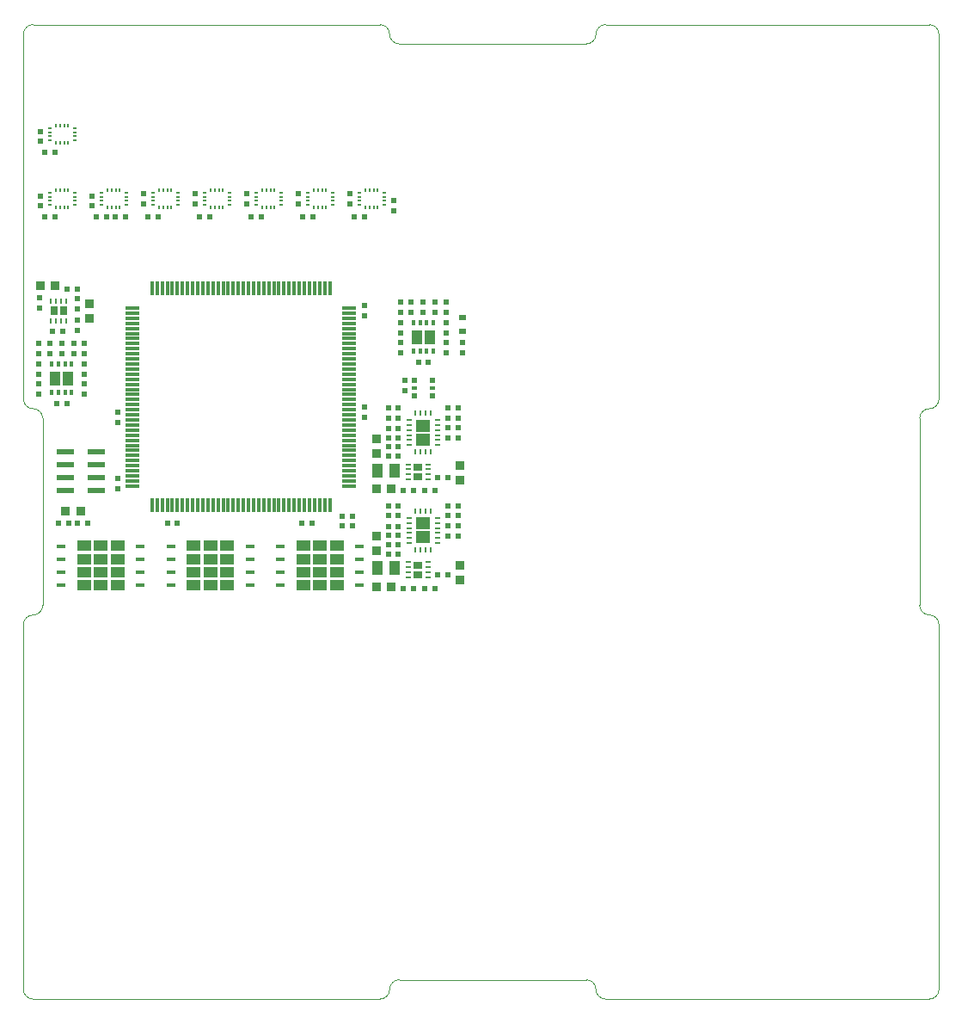
<source format=gbr>
G04 #@! TF.GenerationSoftware,KiCad,Pcbnew,(5.1.6)-1*
G04 #@! TF.CreationDate,2020-08-06T12:50:43+02:00*
G04 #@! TF.ProjectId,board_sierra,626f6172-645f-4736-9965-7272612e6b69,rev?*
G04 #@! TF.SameCoordinates,Original*
G04 #@! TF.FileFunction,Paste,Top*
G04 #@! TF.FilePolarity,Positive*
%FSLAX46Y46*%
G04 Gerber Fmt 4.6, Leading zero omitted, Abs format (unit mm)*
G04 Created by KiCad (PCBNEW (5.1.6)-1) date 2020-08-06 12:50:43*
%MOMM*%
%LPD*%
G01*
G04 APERTURE LIST*
G04 #@! TA.AperFunction,Profile*
%ADD10C,0.100000*%
G04 #@! TD*
%ADD11R,1.450000X1.075000*%
%ADD12R,0.950000X0.450000*%
%ADD13R,0.300000X0.600000*%
%ADD14R,1.070000X1.470000*%
%ADD15R,0.950000X0.950000*%
%ADD16R,0.500000X0.600000*%
%ADD17R,1.100000X1.400000*%
%ADD18R,0.300000X1.475000*%
%ADD19R,1.475000X0.300000*%
%ADD20R,1.470000X1.150000*%
%ADD21R,0.200000X0.600000*%
%ADD22R,0.600000X0.200000*%
%ADD23R,1.700000X0.600000*%
%ADD24R,0.600000X0.500000*%
%ADD25R,0.463000X0.225000*%
%ADD26R,0.225000X0.463000*%
%ADD27R,0.500000X0.250000*%
%ADD28R,0.900000X0.700000*%
%ADD29R,0.700000X0.600000*%
%ADD30R,0.250000X0.500000*%
%ADD31R,0.700000X0.900000*%
%ADD32R,0.600000X0.600000*%
%ADD33R,0.600000X0.400000*%
G04 APERTURE END LIST*
D10*
X137985500Y-43180000D02*
G75*
G03*
X138938000Y-42227500I0J952500D01*
G01*
X119570500Y-43180000D02*
X137985500Y-43180000D01*
X139890500Y-41275000D02*
X171767500Y-41275000D01*
X118618000Y-42227500D02*
G75*
G03*
X117665500Y-41275000I-952500J0D01*
G01*
X118618000Y-42227500D02*
G75*
G03*
X119570500Y-43180000I952500J0D01*
G01*
X83502500Y-41275000D02*
X117665500Y-41275000D01*
X139890500Y-41275000D02*
G75*
G03*
X138938000Y-42227500I0J-952500D01*
G01*
X139890500Y-137160000D02*
X171767500Y-137160000D01*
X119570500Y-135255000D02*
X137985500Y-135255000D01*
X83502500Y-137160000D02*
X117665500Y-137160000D01*
X139890500Y-137160000D02*
G75*
G02*
X138938000Y-136207500I0J952500D01*
G01*
X137985500Y-135255000D02*
G75*
G02*
X138938000Y-136207500I0J-952500D01*
G01*
X118618000Y-136207500D02*
G75*
G02*
X119570500Y-135255000I952500J0D01*
G01*
X118618000Y-136207500D02*
G75*
G02*
X117665500Y-137160000I-952500J0D01*
G01*
X171767500Y-79070200D02*
G75*
G03*
X170815000Y-80022700I0J-952500D01*
G01*
X172720000Y-42227500D02*
X172720000Y-78117700D01*
X170815000Y-80022700D02*
X170815000Y-98412300D01*
X172720000Y-100317300D02*
X172720000Y-136207500D01*
X170815000Y-98412300D02*
G75*
G03*
X171767500Y-99364800I952500J0D01*
G01*
X172720000Y-100317300D02*
G75*
G03*
X171767500Y-99364800I-952500J0D01*
G01*
X171767500Y-79070200D02*
G75*
G03*
X172720000Y-78117700I0J952500D01*
G01*
X172720000Y-136207500D02*
G75*
G02*
X171767500Y-137160000I-952500J0D01*
G01*
X171767500Y-41275000D02*
G75*
G02*
X172720000Y-42227500I0J-952500D01*
G01*
X82550000Y-100317300D02*
X82550000Y-136207500D01*
X82550000Y-42227500D02*
X82550000Y-78117700D01*
X82550000Y-42227500D02*
G75*
G02*
X83502500Y-41275000I952500J0D01*
G01*
X84455000Y-80022700D02*
X84455000Y-98412300D01*
X83502500Y-79070200D02*
G75*
G02*
X82550000Y-78117700I0J952500D01*
G01*
X83502500Y-79070200D02*
G75*
G02*
X84455000Y-80022700I0J-952500D01*
G01*
X84455000Y-98412300D02*
G75*
G02*
X83502500Y-99364800I-952500J0D01*
G01*
X82550000Y-100317300D02*
G75*
G02*
X83502500Y-99364800I952500J0D01*
G01*
X83502500Y-137160000D02*
G75*
G02*
X82550000Y-136207500I0J952500D01*
G01*
D11*
X91820000Y-96400500D03*
X90170000Y-96400500D03*
X88520000Y-96400500D03*
X91820000Y-95125500D03*
X90170000Y-95125500D03*
X88520000Y-95125500D03*
X91820000Y-93850500D03*
X90170000Y-93850500D03*
X88520000Y-93850500D03*
X91820000Y-92575500D03*
X90170000Y-92575500D03*
D12*
X86270000Y-92583000D03*
X86270000Y-93853000D03*
X86270000Y-95123000D03*
X86270000Y-96393000D03*
X94070000Y-96393000D03*
X94070000Y-95123000D03*
X94070000Y-93853000D03*
X94070000Y-92583000D03*
D11*
X88520000Y-92575500D03*
X113410000Y-96400500D03*
X111760000Y-96400500D03*
X110110000Y-96400500D03*
X113410000Y-95125500D03*
X111760000Y-95125500D03*
X110110000Y-95125500D03*
X113410000Y-93850500D03*
X111760000Y-93850500D03*
X110110000Y-93850500D03*
X113410000Y-92575500D03*
X111760000Y-92575500D03*
D12*
X107860000Y-92583000D03*
X107860000Y-93853000D03*
X107860000Y-95123000D03*
X107860000Y-96393000D03*
X115660000Y-96393000D03*
X115660000Y-95123000D03*
X115660000Y-93853000D03*
X115660000Y-92583000D03*
D11*
X110110000Y-92575500D03*
X102615000Y-96400500D03*
X100965000Y-96400500D03*
X99315000Y-96400500D03*
X102615000Y-95125500D03*
X100965000Y-95125500D03*
X99315000Y-95125500D03*
X102615000Y-93850500D03*
X100965000Y-93850500D03*
X99315000Y-93850500D03*
X102615000Y-92575500D03*
X100965000Y-92575500D03*
D12*
X97065000Y-92583000D03*
X97065000Y-93853000D03*
X97065000Y-95123000D03*
X97065000Y-96393000D03*
X104865000Y-96393000D03*
X104865000Y-95123000D03*
X104865000Y-93853000D03*
X104865000Y-92583000D03*
D11*
X99315000Y-92575500D03*
D13*
X120965000Y-73420000D03*
X121615000Y-73420000D03*
X122265000Y-73420000D03*
X122915000Y-73420000D03*
X122915000Y-70620000D03*
X122265000Y-70620000D03*
X121615000Y-70620000D03*
X120965000Y-70620000D03*
D14*
X121305000Y-72020000D03*
X122575000Y-72020000D03*
D13*
X85345000Y-77480000D03*
X85995000Y-77480000D03*
X86645000Y-77480000D03*
X87295000Y-77480000D03*
X87295000Y-74680000D03*
X86645000Y-74680000D03*
X85995000Y-74680000D03*
X85345000Y-74680000D03*
D14*
X85685000Y-76080000D03*
X86955000Y-76080000D03*
D15*
X86715000Y-89150000D03*
X88165000Y-89150000D03*
X117290000Y-93085000D03*
X117290000Y-91635000D03*
X117290000Y-83455000D03*
X117290000Y-82005000D03*
X117340000Y-96570000D03*
X118790000Y-96570000D03*
X117345000Y-86930000D03*
X118795000Y-86930000D03*
X84250000Y-66990000D03*
X85700000Y-66990000D03*
X89070000Y-68725000D03*
X89070000Y-70175000D03*
D16*
X118470000Y-83730000D03*
X119470000Y-83730000D03*
D17*
X119125000Y-94760000D03*
X117375000Y-94760000D03*
X119125000Y-85130000D03*
X117375000Y-85130000D03*
D18*
X95216000Y-88584500D03*
X95716000Y-88584500D03*
X96216000Y-88584500D03*
X96716000Y-88584500D03*
X97216000Y-88584500D03*
X97716000Y-88584500D03*
X98216000Y-88584500D03*
X98716000Y-88584500D03*
X99216000Y-88584500D03*
X99716000Y-88584500D03*
X100216000Y-88584500D03*
X100716000Y-88584500D03*
X101216000Y-88584500D03*
X101716000Y-88584500D03*
X102216000Y-88584500D03*
X102716000Y-88584500D03*
X103216000Y-88584500D03*
X103716000Y-88584500D03*
X104216000Y-88584500D03*
X104716000Y-88584500D03*
X105216000Y-88584500D03*
X105716000Y-88584500D03*
X106216000Y-88584500D03*
X106716000Y-88584500D03*
X107216000Y-88584500D03*
X107716000Y-88584500D03*
X108216000Y-88584500D03*
X108716000Y-88584500D03*
X109216000Y-88584500D03*
X109716000Y-88584500D03*
X110216000Y-88584500D03*
X110716000Y-88584500D03*
X111216000Y-88584500D03*
X111716000Y-88584500D03*
X112216000Y-88584500D03*
X112716000Y-88584500D03*
D19*
X114628500Y-86672000D03*
X114628500Y-86172000D03*
X114628500Y-85672000D03*
X114628500Y-85172000D03*
X114628500Y-84672000D03*
X114628500Y-84172000D03*
X114628500Y-83672000D03*
X114628500Y-83172000D03*
X114628500Y-82672000D03*
X114628500Y-82172000D03*
X114628500Y-81672000D03*
X114628500Y-81172000D03*
X114628500Y-80672000D03*
X114628500Y-80172000D03*
X114628500Y-79672000D03*
X114628500Y-79172000D03*
X114628500Y-78672000D03*
X114628500Y-78172000D03*
X114628500Y-77672000D03*
X114628500Y-77172000D03*
X114628500Y-76672000D03*
X114628500Y-76172000D03*
X114628500Y-75672000D03*
X114628500Y-75172000D03*
X114628500Y-74672000D03*
X114628500Y-74172000D03*
X114628500Y-73672000D03*
X114628500Y-73172000D03*
X114628500Y-72672000D03*
X114628500Y-72172000D03*
X114628500Y-71672000D03*
X114628500Y-71172000D03*
X114628500Y-70672000D03*
X114628500Y-70172000D03*
X114628500Y-69672000D03*
X114628500Y-69172000D03*
D18*
X112716000Y-67259500D03*
X112216000Y-67259500D03*
X111716000Y-67259500D03*
X111216000Y-67259500D03*
X110716000Y-67259500D03*
X110216000Y-67259500D03*
X109716000Y-67259500D03*
X109216000Y-67259500D03*
X108716000Y-67259500D03*
X108216000Y-67259500D03*
X107716000Y-67259500D03*
X107216000Y-67259500D03*
X106716000Y-67259500D03*
X106216000Y-67259500D03*
X105716000Y-67259500D03*
X105216000Y-67259500D03*
X104716000Y-67259500D03*
X104216000Y-67259500D03*
X103716000Y-67259500D03*
X103216000Y-67259500D03*
X102716000Y-67259500D03*
X102216000Y-67259500D03*
X101716000Y-67259500D03*
X101216000Y-67259500D03*
X100716000Y-67259500D03*
X100216000Y-67259500D03*
X99716000Y-67259500D03*
X99216000Y-67259500D03*
X98716000Y-67259500D03*
X98216000Y-67259500D03*
X97716000Y-67259500D03*
X97216000Y-67259500D03*
X96716000Y-67259500D03*
X96216000Y-67259500D03*
X95716000Y-67259500D03*
X95216000Y-67259500D03*
D19*
X93303500Y-69172000D03*
X93303500Y-69672000D03*
X93303500Y-70172000D03*
X93303500Y-70672000D03*
X93303500Y-71172000D03*
X93303500Y-71672000D03*
X93303500Y-72172000D03*
X93303500Y-72672000D03*
X93303500Y-73172000D03*
X93303500Y-73672000D03*
X93303500Y-74172000D03*
X93303500Y-74672000D03*
X93303500Y-75172000D03*
X93303500Y-75672000D03*
X93303500Y-76172000D03*
X93303500Y-76672000D03*
X93303500Y-77172000D03*
X93303500Y-77672000D03*
X93303500Y-78172000D03*
X93303500Y-78672000D03*
X93303500Y-79172000D03*
X93303500Y-79672000D03*
X93303500Y-80172000D03*
X93303500Y-80672000D03*
X93303500Y-81172000D03*
X93303500Y-81672000D03*
X93303500Y-82172000D03*
X93303500Y-82672000D03*
X93303500Y-83172000D03*
X93303500Y-83672000D03*
X93303500Y-84172000D03*
X93303500Y-84672000D03*
X93303500Y-85172000D03*
X93303500Y-85672000D03*
X93303500Y-86172000D03*
X93303500Y-86672000D03*
D20*
X121920000Y-91725000D03*
X121920000Y-90375000D03*
D21*
X121170000Y-89150000D03*
X121670000Y-89150000D03*
X122170000Y-89150000D03*
X122670000Y-89150000D03*
D22*
X123320000Y-89800000D03*
X123320000Y-90300000D03*
X123320000Y-90800000D03*
X123320000Y-91300000D03*
X123320000Y-91800000D03*
X123320000Y-92300000D03*
D21*
X122670000Y-92950000D03*
X122170000Y-92950000D03*
X121670000Y-92950000D03*
X121170000Y-92950000D03*
D22*
X120520000Y-92300000D03*
X120520000Y-91800000D03*
X120520000Y-91300000D03*
X120520000Y-90800000D03*
X120520000Y-90300000D03*
X120520000Y-89800000D03*
D15*
X125500000Y-95900000D03*
X125500000Y-94450000D03*
X125500000Y-86135000D03*
X125500000Y-84685000D03*
D23*
X89715000Y-87075000D03*
X86665000Y-87075000D03*
X89715000Y-85805000D03*
X86665000Y-85805000D03*
X89715000Y-84535000D03*
X86665000Y-84535000D03*
X89715000Y-83265000D03*
X86665000Y-83265000D03*
D16*
X113920000Y-90630000D03*
X114920000Y-90630000D03*
D24*
X86320000Y-72630000D03*
X86320000Y-73630000D03*
X91810000Y-79420000D03*
X91810000Y-80420000D03*
X91810000Y-85920000D03*
X91810000Y-86920000D03*
D16*
X109960000Y-90340000D03*
X110960000Y-90340000D03*
X118470000Y-92460000D03*
X119470000Y-92460000D03*
D24*
X84210000Y-52770000D03*
X84210000Y-51770000D03*
D16*
X84640000Y-53820000D03*
X85640000Y-53820000D03*
D25*
X87578500Y-51470000D03*
X87578500Y-51870000D03*
X87578500Y-52270000D03*
X87578500Y-52670000D03*
D26*
X86960000Y-52888500D03*
X86560000Y-52888500D03*
X86160000Y-52888500D03*
X85760000Y-52888500D03*
D25*
X85141500Y-52670000D03*
X85141500Y-52270000D03*
X85141500Y-51870000D03*
X85141500Y-51470000D03*
D26*
X85760000Y-51251500D03*
X86160000Y-51251500D03*
X86560000Y-51251500D03*
X86960000Y-51251500D03*
D25*
X107898500Y-57820000D03*
X107898500Y-58220000D03*
X107898500Y-58620000D03*
X107898500Y-59020000D03*
D26*
X107280000Y-59238500D03*
X106880000Y-59238500D03*
X106480000Y-59238500D03*
X106080000Y-59238500D03*
D25*
X105461500Y-59020000D03*
X105461500Y-58620000D03*
X105461500Y-58220000D03*
X105461500Y-57820000D03*
D26*
X106080000Y-57601500D03*
X106480000Y-57601500D03*
X106880000Y-57601500D03*
X107280000Y-57601500D03*
D24*
X114690000Y-58920000D03*
X114690000Y-57920000D03*
D16*
X92620000Y-60170000D03*
X91620000Y-60170000D03*
X89720000Y-60170000D03*
X90720000Y-60170000D03*
X110040000Y-60170000D03*
X111040000Y-60170000D03*
D25*
X97738500Y-57820000D03*
X97738500Y-58220000D03*
X97738500Y-58620000D03*
X97738500Y-59020000D03*
D26*
X97120000Y-59238500D03*
X96720000Y-59238500D03*
X96320000Y-59238500D03*
X95920000Y-59238500D03*
D25*
X95301500Y-59020000D03*
X95301500Y-58620000D03*
X95301500Y-58220000D03*
X95301500Y-57820000D03*
D26*
X95920000Y-57601500D03*
X96320000Y-57601500D03*
X96720000Y-57601500D03*
X97120000Y-57601500D03*
D24*
X94370000Y-58920000D03*
X94370000Y-57920000D03*
D16*
X94810000Y-60170000D03*
X95810000Y-60170000D03*
D24*
X99450000Y-58920000D03*
X99450000Y-57920000D03*
D16*
X99880000Y-60170000D03*
X100880000Y-60170000D03*
D24*
X119690000Y-73570000D03*
X119690000Y-72570000D03*
X124190000Y-73570000D03*
X124190000Y-72570000D03*
X84070000Y-77630000D03*
X84070000Y-76630000D03*
X88570000Y-77630000D03*
X88570000Y-76630000D03*
D20*
X121920000Y-82085000D03*
X121920000Y-80735000D03*
D21*
X121170000Y-79510000D03*
X121670000Y-79510000D03*
X122170000Y-79510000D03*
X122670000Y-79510000D03*
D22*
X123320000Y-80160000D03*
X123320000Y-80660000D03*
X123320000Y-81160000D03*
X123320000Y-81660000D03*
X123320000Y-82160000D03*
X123320000Y-82660000D03*
D21*
X122670000Y-83310000D03*
X122170000Y-83310000D03*
X121670000Y-83310000D03*
X121170000Y-83310000D03*
D22*
X120520000Y-82660000D03*
X120520000Y-82160000D03*
X120520000Y-81660000D03*
X120520000Y-81160000D03*
X120520000Y-80660000D03*
X120520000Y-80160000D03*
D27*
X122370000Y-84540000D03*
X122370000Y-85040000D03*
X122370000Y-85540000D03*
X122370000Y-86040000D03*
X120470000Y-86040000D03*
X120470000Y-85540000D03*
X120470000Y-85040000D03*
X120470000Y-84540000D03*
D28*
X121420000Y-85740000D03*
X121420000Y-84840000D03*
D16*
X87890000Y-90330000D03*
X88890000Y-90330000D03*
X86990000Y-90330000D03*
X85990000Y-90330000D03*
D24*
X125820000Y-72570000D03*
X125820000Y-73570000D03*
D16*
X118470000Y-82830000D03*
X119470000Y-82830000D03*
X119470000Y-89600000D03*
X118470000Y-89600000D03*
X124370000Y-88650000D03*
X125370000Y-88650000D03*
D24*
X84130000Y-68170000D03*
X84130000Y-69170000D03*
X87850000Y-68260000D03*
X87850000Y-69260000D03*
D29*
X125810000Y-70060000D03*
X125810000Y-71460000D03*
D16*
X118470000Y-93360000D03*
X119470000Y-93360000D03*
X119970000Y-96750000D03*
X120970000Y-96750000D03*
X119970000Y-87110000D03*
X120970000Y-87110000D03*
X86880000Y-67310000D03*
X87880000Y-67310000D03*
D24*
X87850000Y-70350000D03*
X87850000Y-71350000D03*
D16*
X123320000Y-95450000D03*
X124320000Y-95450000D03*
X123320000Y-85820000D03*
X124320000Y-85820000D03*
X122050000Y-96750000D03*
X123050000Y-96750000D03*
X122050000Y-87110000D03*
X123050000Y-87110000D03*
X119470000Y-88650000D03*
X118470000Y-88650000D03*
X119470000Y-79020000D03*
X118470000Y-79020000D03*
D24*
X123120000Y-68570000D03*
X123120000Y-69570000D03*
X87500000Y-72630000D03*
X87500000Y-73630000D03*
X120750000Y-68570000D03*
X120750000Y-69570000D03*
X85130000Y-72630000D03*
X85130000Y-73630000D03*
X119690000Y-71620000D03*
X119690000Y-70620000D03*
X84070000Y-75680000D03*
X84070000Y-74680000D03*
D16*
X86390000Y-71460000D03*
X85390000Y-71460000D03*
D24*
X104530000Y-58920000D03*
X104530000Y-57920000D03*
X120120000Y-77270000D03*
X120120000Y-76270000D03*
X109610000Y-58920000D03*
X109610000Y-57920000D03*
X89290000Y-58120000D03*
X89290000Y-59120000D03*
D16*
X118470000Y-90660000D03*
X119470000Y-90660000D03*
X118470000Y-91560000D03*
X119470000Y-91560000D03*
X118470000Y-81030000D03*
X119470000Y-81030000D03*
X118470000Y-81930000D03*
X119470000Y-81930000D03*
X119470000Y-79970000D03*
X118470000Y-79970000D03*
X124370000Y-79020000D03*
X125370000Y-79020000D03*
X125370000Y-89600000D03*
X124370000Y-89600000D03*
X124370000Y-90550000D03*
X125370000Y-90550000D03*
X125370000Y-91610000D03*
X124370000Y-91610000D03*
X125370000Y-79970000D03*
X124370000Y-79970000D03*
X124370000Y-80920000D03*
X125370000Y-80920000D03*
X125370000Y-81980000D03*
X124370000Y-81980000D03*
D24*
X84210000Y-59120000D03*
X84210000Y-58120000D03*
X118990000Y-59620000D03*
X118990000Y-58620000D03*
D30*
X85270000Y-68500000D03*
X85770000Y-68500000D03*
X86270000Y-68500000D03*
X86770000Y-68500000D03*
X86770000Y-70400000D03*
X86270000Y-70400000D03*
X85770000Y-70400000D03*
X85270000Y-70400000D03*
D31*
X86470000Y-69450000D03*
X85570000Y-69450000D03*
D27*
X122370000Y-94180000D03*
X122370000Y-94680000D03*
X122370000Y-95180000D03*
X122370000Y-95680000D03*
X120470000Y-95680000D03*
X120470000Y-95180000D03*
X120470000Y-94680000D03*
X120470000Y-94180000D03*
D28*
X121420000Y-95380000D03*
X121420000Y-94480000D03*
D32*
X121020000Y-77770000D03*
D33*
X121020000Y-77020000D03*
D32*
X121020000Y-76270000D03*
X122820000Y-76270000D03*
D33*
X122820000Y-77020000D03*
D32*
X122820000Y-77770000D03*
D16*
X113920000Y-89680000D03*
X114920000Y-89680000D03*
D24*
X124190000Y-68570000D03*
X124190000Y-69570000D03*
X88570000Y-72620000D03*
X88570000Y-73620000D03*
X119690000Y-68570000D03*
X119690000Y-69570000D03*
X84070000Y-72630000D03*
X84070000Y-73630000D03*
X121940000Y-69570000D03*
X121940000Y-68570000D03*
D16*
X121440000Y-74480000D03*
X122440000Y-74480000D03*
X85820000Y-78530000D03*
X86820000Y-78530000D03*
D24*
X124190000Y-71620000D03*
X124190000Y-70620000D03*
X88570000Y-75680000D03*
X88570000Y-74680000D03*
D16*
X104970000Y-60170000D03*
X105970000Y-60170000D03*
X84640000Y-60170000D03*
X85640000Y-60170000D03*
X115130000Y-60170000D03*
X116130000Y-60170000D03*
X96720000Y-90340000D03*
X97720000Y-90340000D03*
D24*
X116110000Y-79920000D03*
X116110000Y-78920000D03*
X116120000Y-69920000D03*
X116120000Y-68920000D03*
D25*
X112978500Y-57820000D03*
X112978500Y-58220000D03*
X112978500Y-58620000D03*
X112978500Y-59020000D03*
D26*
X112360000Y-59238500D03*
X111960000Y-59238500D03*
X111560000Y-59238500D03*
X111160000Y-59238500D03*
D25*
X110541500Y-59020000D03*
X110541500Y-58620000D03*
X110541500Y-58220000D03*
X110541500Y-57820000D03*
D26*
X111160000Y-57601500D03*
X111560000Y-57601500D03*
X111960000Y-57601500D03*
X112360000Y-57601500D03*
D25*
X92658500Y-57820000D03*
X92658500Y-58220000D03*
X92658500Y-58620000D03*
X92658500Y-59020000D03*
D26*
X92040000Y-59238500D03*
X91640000Y-59238500D03*
X91240000Y-59238500D03*
X90840000Y-59238500D03*
D25*
X90221500Y-59020000D03*
X90221500Y-58620000D03*
X90221500Y-58220000D03*
X90221500Y-57820000D03*
D26*
X90840000Y-57601500D03*
X91240000Y-57601500D03*
X91640000Y-57601500D03*
X92040000Y-57601500D03*
D25*
X102818500Y-57820000D03*
X102818500Y-58220000D03*
X102818500Y-58620000D03*
X102818500Y-59020000D03*
D26*
X102200000Y-59238500D03*
X101800000Y-59238500D03*
X101400000Y-59238500D03*
X101000000Y-59238500D03*
D25*
X100381500Y-59020000D03*
X100381500Y-58620000D03*
X100381500Y-58220000D03*
X100381500Y-57820000D03*
D26*
X101000000Y-57601500D03*
X101400000Y-57601500D03*
X101800000Y-57601500D03*
X102200000Y-57601500D03*
D25*
X87578500Y-57820000D03*
X87578500Y-58220000D03*
X87578500Y-58620000D03*
X87578500Y-59020000D03*
D26*
X86960000Y-59238500D03*
X86560000Y-59238500D03*
X86160000Y-59238500D03*
X85760000Y-59238500D03*
D25*
X85141500Y-59020000D03*
X85141500Y-58620000D03*
X85141500Y-58220000D03*
X85141500Y-57820000D03*
D26*
X85760000Y-57601500D03*
X86160000Y-57601500D03*
X86560000Y-57601500D03*
X86960000Y-57601500D03*
D25*
X118058500Y-57820000D03*
X118058500Y-58220000D03*
X118058500Y-58620000D03*
X118058500Y-59020000D03*
D26*
X117440000Y-59238500D03*
X117040000Y-59238500D03*
X116640000Y-59238500D03*
X116240000Y-59238500D03*
D25*
X115621500Y-59020000D03*
X115621500Y-58620000D03*
X115621500Y-58220000D03*
X115621500Y-57820000D03*
D26*
X116240000Y-57601500D03*
X116640000Y-57601500D03*
X117040000Y-57601500D03*
X117440000Y-57601500D03*
M02*

</source>
